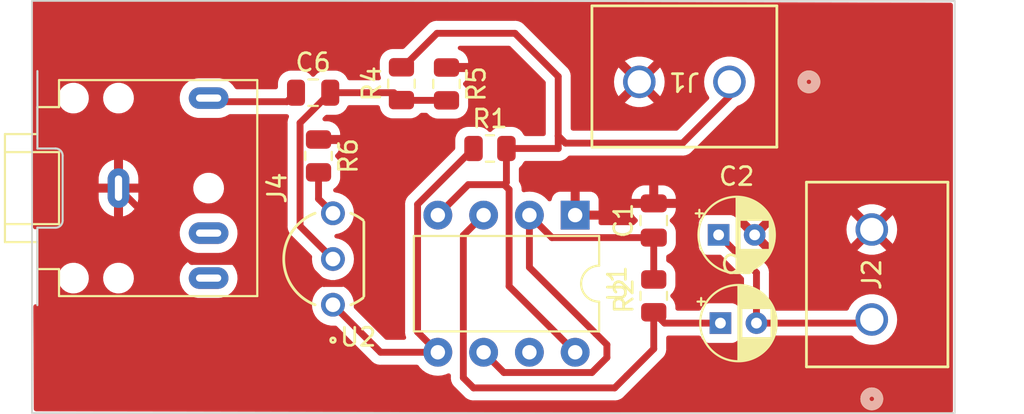
<source format=kicad_pcb>
(kicad_pcb (version 20221018) (generator pcbnew)
  (layers (0 "F.Cu" signal) (31 "B.Cu" signal) (34 "B.Paste" user) (35 "F.Paste" user) (36 "B.SilkS" user "B.Silkscreen") (37 "F.SilkS" user "F.Silkscreen") (38 "B.Mask" user) (39 "F.Mask" user) (44 "Edge.Cuts" user))
  (net 0 "")
  (net 1 "/C_timing")
  (net 2 "GND")
  (net 3 "/base")
  (net 4 "Net-(J2-Pin_1)")
  (net 5 "Net-(U1-Q)")
  (net 6 "+9V")
  (net 7 "/collector")
  (net 8 "/emitter")
  (net 10 "Net-(C6-Pad1)")
  (footprint "Library:691137710002" (layer "F.Cu") (at 202.4 118.4 90)
    (fp_text reference "J2" (at 2.5 0 90 unlocked) (layer "F.SilkS"))
    (fp_text value "Screw_Terminal_01x02")
    (fp_circle (center -4.4088 0) (end -4.0278 0) (stroke (width 0.508)) (fill none) (layer "B.SilkS"))
    (fp_line (start -2.6308 -3.627001) (end -2.6308 4.221599) (stroke (width 0.1524)) (layer "F.SilkS"))
    (fp_line (start -2.6308 4.221599) (end 7.6308 4.221599) (stroke (width 0.1524)) (layer "F.SilkS"))
    (fp_line (start 7.6308 -3.627001) (end -2.6308 -3.627001) (stroke (width 0.1524)) (layer "F.SilkS"))
    (fp_line (start 7.6308 4.221599) (end 7.6308 -3.627001) (stroke (width 0.1524)) (layer "F.SilkS"))
    (fp_circle (center -4.4088 0) (end -4.0278 0) (stroke (width 0.508)) (fill none) (layer "F.SilkS"))
    (pad "1" thru_hole circle (at 0 0 90) (size 1.8034 1.8034) (drill 1.2954) (layers "*.Cu" "*.Mask") (net 4 "Net-(J2-Pin_1)"))
    (pad "2" thru_hole circle (at 5 0 90) (size 1.8034 1.8034) (drill 1.2954) (layers "*.Cu" "*.Mask") (net 2 "GND"))
  )
  (footprint "Resistor_SMD:R_0805_2012Metric" (layer "F.Cu") (at 178.8 105.3125 -90)
    (fp_text reference "R5" (at 0 -1.65 90) (layer "F.SilkS"))
    (fp_text value "15K")
    (fp_line (start -0.227064 -0.735) (end 0.227064 -0.735) (stroke (width 0.12)) (layer "F.SilkS"))
    (fp_line (start -0.227064 0.735) (end 0.227064 0.735) (stroke (width 0.12)) (layer "F.SilkS"))
    (pad "1" smd roundrect (at -0.9125 0 270) (size 1.025 1.4) (layers "F.Cu" "F.Paste" "F.Mask") (roundrect_rratio 0.243902) (net 2 "GND"))
    (pad "2" smd roundrect (at 0.9125 0 270) (size 1.025 1.4) (layers "F.Cu" "F.Paste" "F.Mask") (roundrect_rratio 0.243902) (net 3 "/base"))
  )
  (footprint "Library:BC547" (layer "F.Cu") (at 172.5 117.58 90)
    (fp_text reference "U2" (at -1.8 1.4 unlocked) (layer "F.SilkS"))
    (fp_text value "BC547")
    (fp_line (start 0.476494 1.7145) (end 4.603506 1.7145) (stroke (width 0.1524)) (layer "F.SilkS"))
    (fp_arc (start -0.003485 -0.993134) (mid 2.54 -2.7305) (end 5.083485 -0.993134) (stroke (width 0.1524)) (layer "F.SilkS"))
    (fp_arc (start 0.375836 1.66494) (mid 0.162329 1.342503) (end -0.003484 0.993136) (stroke (width 0.1524)) (layer "F.SilkS"))
    (fp_arc (start 5.083485 0.993134) (mid 4.917671 1.342502) (end 4.704164 1.66494) (stroke (width 0.1524)) (layer "F.SilkS"))
    (fp_circle (center -1.9685 0) (end -1.8415 0) (stroke (width 0.1524)) (fill none) (layer "F.SilkS"))
    (pad "1" thru_hole circle (at 0 0 90) (size 1.3208 1.3208) (drill 0.8128) (layers "*.Cu" "*.Mask") (net 7 "/collector"))
    (pad "2" thru_hole circle (at 2.54 0 90) (size 1.3208 1.3208) (drill 0.8128) (layers "*.Cu" "*.Mask") (net 3 "/base"))
    (pad "3" thru_hole circle (at 5.08 0 90) (size 1.3208 1.3208) (drill 0.8128) (layers "*.Cu" "*.Mask") (net 8 "/emitter"))
  )
  (footprint "Resistor_SMD:R_0805_2012Metric" (layer "F.Cu") (at 181.2125 108.9)
    (fp_text reference "R1" (at 0 -1.65) (layer "F.SilkS"))
    (fp_text value "10K")
    (fp_line (start -0.227064 -0.735) (end 0.227064 -0.735) (stroke (width 0.12)) (layer "F.SilkS"))
    (fp_line (start -0.227064 0.735) (end 0.227064 0.735) (stroke (width 0.12)) (layer "F.SilkS"))
    (pad "1" smd roundrect (at -0.9125 0) (size 1.025 1.4) (layers "F.Cu" "F.Paste" "F.Mask") (roundrect_rratio 0.243902) (net 7 "/collector"))
    (pad "2" smd roundrect (at 0.9125 0) (size 1.025 1.4) (layers "F.Cu" "F.Paste" "F.Mask") (roundrect_rratio 0.243902) (net 6 "+9V"))
  )
  (footprint "Resistor_SMD:R_0805_2012Metric" (layer "F.Cu") (at 171.7 109.3125 -90)
    (fp_text reference "R6" (at 0 -1.65 -90) (layer "F.SilkS"))
    (fp_text value "1K")
    (fp_line (start -0.227064 -0.735) (end 0.227064 -0.735) (stroke (width 0.12)) (layer "F.SilkS"))
    (fp_line (start -0.227064 0.735) (end 0.227064 0.735) (stroke (width 0.12)) (layer "F.SilkS"))
    (pad "1" smd roundrect (at -0.9125 0 270) (size 1.025 1.4) (layers "F.Cu" "F.Paste" "F.Mask") (roundrect_rratio 0.243902) (net 2 "GND"))
    (pad "2" smd roundrect (at 0.9125 0 270) (size 1.025 1.4) (layers "F.Cu" "F.Paste" "F.Mask") (roundrect_rratio 0.243902) (net 8 "/emitter"))
  )
  (footprint "Package_DIP:DIP-8_W7.62mm" (layer "F.Cu") (at 185.94 112.6 -90)
    (fp_text reference "U1" (at 3.81 -2.33 -90) (layer "F.SilkS"))
    (fp_text value "NE555D")
    (fp_line (start 1.16 -1.33) (end 1.16 8.95) (stroke (width 0.12)) (layer "F.SilkS"))
    (fp_line (start 1.16 8.95) (end 6.46 8.95) (stroke (width 0.12)) (layer "F.SilkS"))
    (fp_line (start 2.81 -1.33) (end 1.16 -1.33) (stroke (width 0.12)) (layer "F.SilkS"))
    (fp_line (start 6.46 -1.33) (end 4.81 -1.33) (stroke (width 0.12)) (layer "F.SilkS"))
    (fp_line (start 6.46 8.95) (end 6.46 -1.33) (stroke (width 0.12)) (layer "F.SilkS"))
    (fp_arc (start 4.81 -1.33) (mid 3.81 -0.33) (end 2.81 -1.33) (stroke (width 0.12)) (layer "F.SilkS"))
    (pad "1" thru_hole rect (at 0 0 270) (size 1.6 1.6) (drill 0.8) (layers "*.Cu" "*.Mask") (net 2 "GND"))
    (pad "2" thru_hole oval (at 0 2.54 270) (size 1.6 1.6) (drill 0.8) (layers "*.Cu" "*.Mask") (net 1 "/C_timing"))
    (pad "3" thru_hole oval (at 0 5.08 270) (size 1.6 1.6) (drill 0.8) (layers "*.Cu" "*.Mask") (net 5 "Net-(U1-Q)"))
    (pad "4" thru_hole oval (at 0 7.62 270) (size 1.6 1.6) (drill 0.8) (layers "*.Cu" "*.Mask") (net 6 "+9V"))
    (pad "5" thru_hole oval (at 7.62 7.62 270) (size 1.6 1.6) (drill 0.8) (layers "*.Cu" "*.Mask") (net 7 "/collector"))
    (pad "6" thru_hole oval (at 7.62 5.08 270) (size 1.6 1.6) (drill 0.8) (layers "*.Cu" "*.Mask") (net 1 "/C_timing"))
    (pad "7" thru_hole oval (at 7.62 2.54 270) (size 1.6 1.6) (drill 0.8) (layers "*.Cu" "*.Mask"))
    (pad "8" thru_hole oval (at 7.62 0 270) (size 1.6 1.6) (drill 0.8) (layers "*.Cu" "*.Mask") (net 6 "+9V"))
  )
  (footprint "Library:691137710002" (layer "F.Cu") (at 194.5 105.197299 180)
    (fp_text reference "J1" (at 2.5 0 180 unlocked) (layer "F.SilkS"))
    (fp_text value "Screw_Terminal_01x02")
    (fp_circle (center -4.4088 0) (end -4.0278 0) (stroke (width 0.508)) (fill none) (layer "B.SilkS"))
    (fp_line (start -2.6308 -3.627001) (end -2.6308 4.221599) (stroke (width 0.1524)) (layer "F.SilkS"))
    (fp_line (start -2.6308 4.221599) (end 7.6308 4.221599) (stroke (width 0.1524)) (layer "F.SilkS"))
    (fp_line (start 7.6308 -3.627001) (end -2.6308 -3.627001) (stroke (width 0.1524)) (layer "F.SilkS"))
    (fp_line (start 7.6308 4.221599) (end 7.6308 -3.627001) (stroke (width 0.1524)) (layer "F.SilkS"))
    (fp_circle (center -4.4088 0) (end -4.0278 0) (stroke (width 0.508)) (fill none) (layer "F.SilkS"))
    (pad "1" thru_hole circle (at 0 0 180) (size 1.8034 1.8034) (drill 1.2954) (layers "*.Cu" "*.Mask") (net 6 "+9V"))
    (pad "2" thru_hole circle (at 5 0 180) (size 1.8034 1.8034) (drill 1.2954) (layers "*.Cu" "*.Mask") (net 2 "GND"))
  )
  (footprint "Capacitor_THT:CP_Radial_D4.0mm_P2.00mm" (layer "F.Cu") (at 193.9 113.7)
    (fp_text reference "C2" (at 1 -3.25) (layer "F.SilkS"))
    (fp_text value "C_Polarized_US")
    (fp_line (start -1.269801 -1.195) (end -0.869801 -1.195) (stroke (width 0.12)) (layer "F.SilkS"))
    (fp_line (start -1.069801 -1.395) (end -1.069801 -0.995) (stroke (width 0.12)) (layer "F.SilkS"))
    (fp_line (start 1 -2.08) (end 1 2.08) (stroke (width 0.12)) (layer "F.SilkS"))
    (fp_line (start 1.04 -2.08) (end 1.04 2.08) (stroke (width 0.12)) (layer "F.SilkS"))
    (fp_line (start 1.08 -2.079) (end 1.08 2.079) (stroke (width 0.12)) (layer "F.SilkS"))
    (fp_line (start 1.12 -2.077) (end 1.12 2.077) (stroke (width 0.12)) (layer "F.SilkS"))
    (fp_line (start 1.16 -2.074) (end 1.16 2.074) (stroke (width 0.12)) (layer "F.SilkS"))
    (fp_line (start 1.2 -2.071) (end 1.2 -0.84) (stroke (width 0.12)) (layer "F.SilkS"))
    (fp_line (start 1.2 0.84) (end 1.2 2.071) (stroke (width 0.12)) (layer "F.SilkS"))
    (fp_line (start 1.24 -2.067) (end 1.24 -0.84) (stroke (width 0.12)) (layer "F.SilkS"))
    (fp_line (start 1.24 0.84) (end 1.24 2.067) (stroke (width 0.12)) (layer "F.SilkS"))
    (fp_line (start 1.28 -2.062) (end 1.28 -0.84) (stroke (width 0.12)) (layer "F.SilkS"))
    (fp_line (start 1.28 0.84) (end 1.28 2.062) (stroke (width 0.12)) (layer "F.SilkS"))
    (fp_line (start 1.32 -2.056) (end 1.32 -0.84) (stroke (width 0.12)) (layer "F.SilkS"))
    (fp_line (start 1.32 0.84) (end 1.32 2.056) (stroke (width 0.12)) (layer "F.SilkS"))
    (fp_line (start 1.36 -2.05) (end 1.36 -0.84) (stroke (width 0.12)) (layer "F.SilkS"))
    (fp_line (start 1.36 0.84) (end 1.36 2.05) (stroke (width 0.12)) (layer "F.SilkS"))
    (fp_line (start 1.4 -2.042) (end 1.4 -0.84) (stroke (width 0.12)) (layer "F.SilkS"))
    (fp_line (start 1.4 0.84) (end 1.4 2.042) (stroke (width 0.12)) (layer "F.SilkS"))
    (fp_line (start 1.44 -2.034) (end 1.44 -0.84) (stroke (width 0.12)) (layer "F.SilkS"))
    (fp_line (start 1.44 0.84) (end 1.44 2.034) (stroke (width 0.12)) (layer "F.SilkS"))
    (fp_line (start 1.48 -2.025) (end 1.48 -0.84) (stroke (width 0.12)) (layer "F.SilkS"))
    (fp_line (start 1.48 0.84) (end 1.48 2.025) (stroke (width 0.12)) (layer "F.SilkS"))
    (fp_line (start 1.52 -2.016) (end 1.52 -0.84) (stroke (width 0.12)) (layer "F.SilkS"))
    (fp_line (start 1.52 0.84) (end 1.52 2.016) (stroke (width 0.12)) (layer "F.SilkS"))
    (fp_line (start 1.56 -2.005) (end 1.56 -0.84) (stroke (width 0.12)) (layer "F.SilkS"))
    (fp_line (start 1.56 0.84) (end 1.56 2.005) (stroke (width 0.12)) (layer "F.SilkS"))
    (fp_line (start 1.6 -1.994) (end 1.6 -0.84) (stroke (width 0.12)) (layer "F.SilkS"))
    (fp_line (start 1.6 0.84) (end 1.6 1.994) (stroke (width 0.12)) (layer "F.SilkS"))
    (fp_line (start 1.64 -1.982) (end 1.64 -0.84) (stroke (width 0.12)) (layer "F.SilkS"))
    (fp_line (start 1.64 0.84) (end 1.64 1.982) (stroke (width 0.12)) (layer "F.SilkS"))
    (fp_line (start 1.68 -1.968) (end 1.68 -0.84) (stroke (width 0.12)) (layer "F.SilkS"))
    (fp_line (start 1.68 0.84) (end 1.68 1.968) (stroke (width 0.12)) (layer "F.SilkS"))
    (fp_line (start 1.721 -1.954) (end 1.721 -0.84) (stroke (width 0.12)) (layer "F.SilkS"))
    (fp_line (start 1.721 0.84) (end 1.721 1.954) (stroke (width 0.12)) (layer "F.SilkS"))
    (fp_line (start 1.761 -1.94) (end 1.761 -0.84) (stroke (width 0.12)) (layer "F.SilkS"))
    (fp_line (start 1.761 0.84) (end 1.761 1.94) (stroke (width 0.12)) (layer "F.SilkS"))
    (fp_line (start 1.801 -1.924) (end 1.801 -0.84) (stroke (width 0.12)) (layer "F.SilkS"))
    (fp_line (start 1.801 0.84) (end 1.801 1.924) (stroke (width 0.12)) (layer "F.SilkS"))
    (fp_line (start 1.841 -1.907) (end 1.841 -0.84) (stroke (width 0.12)) (layer "F.SilkS"))
    (fp_line (start 1.841 0.84) (end 1.841 1.907) (stroke (width 0.12)) (layer "F.SilkS"))
    (fp_line (start 1.881 -1.889) (end 1.881 -0.84) (stroke (width 0.12)) (layer "F.SilkS"))
    (fp_line (start 1.881 0.84) (end 1.881 1.889) (stroke (width 0.12)) (layer "F.SilkS"))
    (fp_line (start 1.921 -1.87) (end 1.921 -0.84) (stroke (width 0.12)) (layer "F.SilkS"))
    (fp_line (start 1.921 0.84) (end 1.921 1.87) (stroke (width 0.12)) (layer "F.SilkS"))
    (fp_line (start 1.961 -1.851) (end 1.961 -0.84) (stroke (width 0.12)) (layer "F.SilkS"))
    (fp_line (start 1.961 0.84) (end 1.961 1.851) (stroke (width 0.12)) (layer "F.SilkS"))
    (fp_line (start 2.001 -1.83) (end 2.001 -0.84) (stroke (width 0.12)) (layer "F.SilkS"))
    (fp_line (start 2.001 0.84) (end 2.001 1.83) (stroke (width 0.12)) (layer "F.SilkS"))
    (fp_line (start 2.041 -1.808) (end 2.041 -0.84) (stroke (width 0.12)) (layer "F.SilkS"))
    (fp_line (start 2.041 0.84) (end 2.041 1.808) (stroke (width 0.12)) (layer "F.SilkS"))
    (fp_line (start 2.081 -1.785) (end 2.081 -0.84) (stroke (width 0.12)) (layer "F.SilkS"))
    (fp_line (start 2.081 0.84) (end 2.081 1.785) (stroke (width 0.12)) (layer "F.SilkS"))
    (fp_line (start 2.121 -1.76) (end 2.121 -0.84) (stroke (width 0.12)) (layer "F.SilkS"))
    (fp_line (start 2.121 0.84) (end 2.121 1.76) (stroke (width 0.12)) (layer "F.SilkS"))
    (fp_line (start 2.161 -1.735) (end 2.161 -0.84) (stroke (width 0.12)) (layer "F.SilkS"))
    (fp_line (start 2.161 0.84) (end 2.161 1.735) (stroke (width 0.12)) (layer "F.SilkS"))
    (fp_line (start 2.201 -1.708) (end 2.201 -0.84) (stroke (width 0.12)) (layer "F.SilkS"))
    (fp_line (start 2.201 0.84) (end 2.201 1.708) (stroke (width 0.12)) (layer "F.SilkS"))
    (fp_line (start 2.241 -1.68) (end 2.241 -0.84) (stroke (width 0.12)) (layer "F.SilkS"))
    (fp_line (start 2.241 0.84) (end 2.241 1.68) (stroke (width 0.12)) (layer "F.SilkS"))
    (fp_line (start 2.281 -1.65) (end 2.281 -0.84) (stroke (width 0.12)) (layer "F.SilkS"))
    (fp_line (start 2.281 0.84) (end 2.281 1.65) (stroke (width 0.12)) (layer "F.SilkS"))
    (fp_line (start 2.321 -1.619) (end 2.321 -0.84) (stroke (width 0.12)) (layer "F.SilkS"))
    (fp_line (start 2.321 0.84) (end 2.321 1.619) (stroke (width 0.12)) (layer "F.SilkS"))
    (fp_line (start 2.361 -1.587) (end 2.361 -0.84) (stroke (width 0.12)) (layer "F.SilkS"))
    (fp_line (start 2.361 0.84) (end 2.361 1.587) (stroke (width 0.12)) (layer "F.SilkS"))
    (fp_line (start 2.401 -1.552) (end 2.401 -0.84) (stroke (width 0.12)) (layer "F.SilkS"))
    (fp_line (start 2.401 0.84) (end 2.401 1.552) (stroke (width 0.12)) (layer "F.SilkS"))
    (fp_line (start 2.441 -1.516) (end 2.441 -0.84) (stroke (width 0.12)) (layer "F.SilkS"))
    (fp_line (start 2.441 0.84) (end 2.441 1.516) (stroke (width 0.12)) (layer "F.SilkS"))
    (fp_line (start 2.481 -1.478) (end 2.481 -0.84) (stroke (width 0.12)) (layer "F.SilkS"))
    (fp_line (start 2.481 0.84) (end 2.481 1.478) (stroke (width 0.12)) (layer "F.SilkS"))
    (fp_line (start 2.521 -1.438) (end 2.521 -0.84) (stroke (width 0.12)) (layer "F.SilkS"))
    (fp_line (start 2.521 0.84) (end 2.521 1.438) (stroke (width 0.12)) (layer "F.SilkS"))
    (fp_line (start 2.561 -1.396) (end 2.561 -0.84) (stroke (width 0.12)) (layer "F.SilkS"))
    (fp_line (start 2.561 0.84) (end 2.561 1.396) (stroke (width 0.12)) (layer "F.SilkS"))
    (fp_line (start 2.601 -1.351) (end 2.601 -0.84) (stroke (width 0.12)) (layer "F.SilkS"))
    (fp_line (start 2.601 0.84) (end 2.601 1.351) (stroke (width 0.12)) (layer "F.SilkS"))
    (fp_line (start 2.641 -1.304) (end 2.641 -0.84) (stroke (width 0.12)) (layer "F.SilkS"))
    (fp_line (start 2.641 0.84) (end 2.641 1.304) (stroke (width 0.12)) (layer "F.SilkS"))
    (fp_line (start 2.681 -1.254) (end 2.681 -0.84) (stroke (width 0.12)) (layer "F.SilkS"))
    (fp_line (start 2.681 0.84) (end 2.681 1.254) (stroke (width 0.12)) (layer "F.SilkS"))
    (fp_line (start 2.721 -1.2) (end 2.721 -0.84) (stroke (width 0.12)) (layer "F.SilkS"))
    (fp_line (start 2.721 0.84) (end 2.721 1.2) (stroke (width 0.12)) (layer "F.SilkS"))
    (fp_line (start 2.761 -1.142) (end 2.761 -0.84) (stroke (width 0.12)) (layer "F.SilkS"))
    (fp_line (start 2.761 0.84) (end 2.761 1.142) (stroke (width 0.12)) (layer "F.SilkS"))
    (fp_line (start 2.801 -1.08) (end 2.801 -0.84) (stroke (width 0.12)) (layer "F.SilkS"))
    (fp_line (start 2.801 0.84) (end 2.801 1.08) (stroke (width 0.12)) (layer "F.SilkS"))
    (fp_line (start 2.841 -1.013) (end 2.841 1.013) (stroke (width 0.12)) (layer "F.SilkS"))
    (fp_line (start 2.881 -0.94) (end 2.881 0.94) (stroke (width 0.12)) (layer "F.SilkS"))
    (fp_line (start 2.921 -0.859) (end 2.921 0.859) (stroke (width 0.12)) (layer "F.SilkS"))
    (fp_line (start 2.961 -0.768) (end 2.961 0.768) (stroke (width 0.12)) (layer "F.SilkS"))
    (fp_line (start 3.001 -0.664) (end 3.001 0.664) (stroke (width 0.12)) (layer "F.SilkS"))
    (fp_line (start 3.041 -0.537) (end 3.041 0.537) (stroke (width 0.12)) (layer "F.SilkS"))
    (fp_line (start 3.081 -0.37) (end 3.081 0.37) (stroke (width 0.12)) (layer "F.SilkS"))
    (fp_circle (center 1 0) (end 3.12 0) (stroke (width 0.12)) (fill none) (layer "F.SilkS"))
    (pad "1" thru_hole rect (at 0 0) (size 1.2 1.2) (drill 0.6) (layers "*.Cu" "*.Mask") (net 4 "Net-(J2-Pin_1)"))
    (pad "2" thru_hole circle (at 2 0) (size 1.2 1.2) (drill 0.6) (layers "*.Cu" "*.Mask") (net 2 "GND"))
  )
  (footprint "Capacitor_SMD:C_0805_2012Metric" (layer "F.Cu") (at 171.4 105.8)
    (fp_text reference "C6" (at 0 -1.68) (layer "F.SilkS"))
    (fp_text value "100nF")
    (fp_line (start -0.261252 -0.735) (end 0.261252 -0.735) (stroke (width 0.12)) (layer "F.SilkS"))
    (fp_line (start -0.261252 0.735) (end 0.261252 0.735) (stroke (width 0.12)) (layer "F.SilkS"))
    (pad "1" smd roundrect (at -0.95 0) (size 1 1.45) (layers "F.Cu" "F.Paste" "F.Mask") (net 10 "Net-(C6-Pad1)"))
    (pad "2" smd roundrect (at 0.95 0) (size 1 1.45) (layers "F.Cu" "F.Paste" "F.Mask") (net 3 "/base"))
  )
  (footprint "Resistor_SMD:R_0805_2012Metric" (layer "F.Cu") (at 176.3 105.3 90)
    (fp_text reference "R4" (at 0 -1.65 90) (layer "F.SilkS"))
    (fp_text value "100K")
    (fp_line (start -0.227064 -0.735) (end 0.227064 -0.735) (stroke (width 0.12)) (layer "F.SilkS"))
    (fp_line (start -0.227064 0.735) (end 0.227064 0.735) (stroke (width 0.12)) (layer "F.SilkS"))
    (pad "1" smd roundrect (at -0.9125 0 90) (size 1.025 1.4) (layers "F.Cu" "F.Paste" "F.Mask") (roundrect_rratio 0.243902) (net 3 "/base"))
    (pad "2" smd roundrect (at 0.9125 0 90) (size 1.025 1.4) (layers "F.Cu" "F.Paste" "F.Mask") (roundrect_rratio 0.243902) (net 6 "+9V"))
  )
  (footprint "Capacitor_THT:CP_Radial_D4.0mm_P2.00mm" (layer "F.Cu") (at 194 118.6)
    (fp_text reference "C3" (at 1 -3.25) (layer "F.SilkS"))
    (fp_text value "C_Polarized_US")
    (fp_line (start -1.269801 -1.195) (end -0.869801 -1.195) (stroke (width 0.12)) (layer "F.SilkS"))
    (fp_line (start -1.069801 -1.395) (end -1.069801 -0.995) (stroke (width 0.12)) (layer "F.SilkS"))
    (fp_line (start 1 -2.08) (end 1 2.08) (stroke (width 0.12)) (layer "F.SilkS"))
    (fp_line (start 1.04 -2.08) (end 1.04 2.08) (stroke (width 0.12)) (layer "F.SilkS"))
    (fp_line (start 1.08 -2.079) (end 1.08 2.079) (stroke (width 0.12)) (layer "F.SilkS"))
    (fp_line (start 1.12 -2.077) (end 1.12 2.077) (stroke (width 0.12)) (layer "F.SilkS"))
    (fp_line (start 1.16 -2.074) (end 1.16 2.074) (stroke (width 0.12)) (layer "F.SilkS"))
    (fp_line (start 1.2 -2.071) (end 1.2 -0.84) (stroke (width 0.12)) (layer "F.SilkS"))
    (fp_line (start 1.2 0.84) (end 1.2 2.071) (stroke (width 0.12)) (layer "F.SilkS"))
    (fp_line (start 1.24 -2.067) (end 1.24 -0.84) (stroke (width 0.12)) (layer "F.SilkS"))
    (fp_line (start 1.24 0.84) (end 1.24 2.067) (stroke (width 0.12)) (layer "F.SilkS"))
    (fp_line (start 1.28 -2.062) (end 1.28 -0.84) (stroke (width 0.12)) (layer "F.SilkS"))
    (fp_line (start 1.28 0.84) (end 1.28 2.062) (stroke (width 0.12)) (layer "F.SilkS"))
    (fp_line (start 1.32 -2.056) (end 1.32 -0.84) (stroke (width 0.12)) (layer "F.SilkS"))
    (fp_line (start 1.32 0.84) (end 1.32 2.056) (stroke (width 0.12)) (layer "F.SilkS"))
    (fp_line (start 1.36 -2.05) (end 1.36 -0.84) (stroke (width 0.12)) (layer "F.SilkS"))
    (fp_line (start 1.36 0.84) (end 1.36 2.05) (stroke (width 0.12)) (layer "F.SilkS"))
    (fp_line (start 1.4 -2.042) (end 1.4 -0.84) (stroke (width 0.12)) (layer "F.SilkS"))
    (fp_line (start 1.4 0.84) (end 1.4 2.042) (stroke (width 0.12)) (layer "F.SilkS"))
    (fp_line (start 1.44 -2.034) (end 1.44 -0.84) (stroke (width 0.12)) (layer "F.SilkS"))
    (fp_line (start 1.44 0.84) (end 1.44 2.034) (stroke (width 0.12)) (layer "F.SilkS"))
    (fp_line (start 1.48 -2.025) (end 1.48 -0.84) (stroke (width 0.12)) (layer "F.SilkS"))
    (fp_line (start 1.48 0.84) (end 1.48 2.025) (stroke (width 0.12)) (layer "F.SilkS"))
    (fp_line (start 1.52 -2.016) (end 1.52 -0.84) (stroke (width 0.12)) (layer "F.SilkS"))
    (fp_line (start 1.52 0.84) (end 1.52 2.016) (stroke (width 0.12)) (layer "F.SilkS"))
    (fp_line (start 1.56 -2.005) (end 1.56 -0.84) (stroke (width 0.12)) (layer "F.SilkS"))
    (fp_line (start 1.56 0.84) (end 1.56 2.005) (stroke (width 0.12)) (layer "F.SilkS"))
    (fp_line (start 1.6 -1.994) (end 1.6 -0.84) (stroke (width 0.12)) (layer "F.SilkS"))
    (fp_line (start 1.6 0.84) (end 1.6 1.994) (stroke (width 0.12)) (layer "F.SilkS"))
    (fp_line (start 1.64 -1.982) (end 1.64 -0.84) (stroke (width 0.12)) (layer "F.SilkS"))
    (fp_line (start 1.64 0.84) (end 1.64 1.982) (stroke (width 0.12)) (layer "F.SilkS"))
    (fp_line (start 1.68 -1.968) (end 1.68 -0.84) (stroke (width 0.12)) (layer "F.SilkS"))
    (fp_line (start 1.68 0.84) (end 1.68 1.968) (stroke (width 0.12)) (layer "F.SilkS"))
    (fp_line (start 1.721 -1.954) (end 1.721 -0.84) (stroke (width 0.12)) (layer "F.SilkS"))
    (fp_line (start 1.721 0.84) (end 1.721 1.954) (stroke (width 0.12)) (layer "F.SilkS"))
    (fp_line (start 1.761 -1.94) (end 1.761 -0.84) (stroke (width 0.12)) (layer "F.SilkS"))
    (fp_line (start 1.761 0.84) (end 1.761 1.94) (stroke (width 0.12)) (layer "F.SilkS"))
    (fp_line (start 1.801 -1.924) (end 1.801 -0.84) (stroke (width 0.12)) (layer "F.SilkS"))
    (fp_line (start 1.801 0.84) (end 1.801 1.924) (stroke (width 0.12)) (layer "F.SilkS"))
    (fp_line (start 1.841 -1.907) (end 1.841 -0.84) (stroke (width 0.12)) (layer "F.SilkS"))
    (fp_line (start 1.841 0.84) (end 1.841 1.907) (stroke (width 0.12)) (layer "F.SilkS"))
    (fp_line (start 1.881 -1.889) (end 1.881 -0.84) (stroke (width 0.12)) (layer "F.SilkS"))
    (fp_line (start 1.881 0.84) (end 1.881 1.889) (stroke (width 0.12)) (layer "F.SilkS"))
    (fp_line (start 1.921 -1.87) (end 1.921 -0.84) (stroke (width 0.12)) (layer "F.SilkS"))
    (fp_line (start 1.921 0.84) (end 1.921 1.87) (stroke (width 0.12)) (layer "F.SilkS"))
    (fp_line (start 1.961 -1.851) (end 1.961 -0.84) (stroke (width 0.12)) (layer "F.SilkS"))
    (fp_line (start 1.961 0.84) (end 1.961 1.851) (stroke (width 0.12)) (layer "F.SilkS"))
    (fp_line (start 2.001 -1.83) (end 2.001 -0.84) (stroke (width 0.12)) (layer "F.SilkS"))
    (fp_line (start 2.001 0.84) (end 2.001 1.83) (stroke (width 0.12)) (layer "F.SilkS"))
    (fp_line (start 2.041 -1.808) (end 2.041 -0.84) (stroke (width 0.12)) (layer "F.SilkS"))
    (fp_line (start 2.041 0.84) (end 2.041 1.808) (stroke (width 0.12)) (layer "F.SilkS"))
    (fp_line (start 2.081 -1.785) (end 2.081 -0.84) (stroke (width 0.12)) (layer "F.SilkS"))
    (fp_line (start 2.081 0.84) (end 2.081 1.785) (stroke (width 0.12)) (layer "F.SilkS"))
    (fp_line (start 2.121 -1.76) (end 2.121 -0.84) (stroke (width 0.12)) (layer "F.SilkS"))
    (fp_line (start 2.121 0.84) (end 2.121 1.76) (stroke (width 0.12)) (layer "F.SilkS"))
    (fp_line (start 2.161 -1.735) (end 2.161 -0.84) (stroke (width 0.12)) (layer "F.SilkS"))
    (fp_line (start 2.161 0.84) (end 2.161 1.735) (stroke (width 0.12)) (layer "F.SilkS"))
    (fp_line (start 2.201 -1.708) (end 2.201 -0.84) (stroke (width 0.12)) (layer "F.SilkS"))
    (fp_line (start 2.201 0.84) (end 2.201 1.708) (stroke (width 0.12)) (layer "F.SilkS"))
    (fp_line (start 2.241 -1.68) (end 2.241 -0.84) (stroke (width 0.12)) (layer "F.SilkS"))
    (fp_line (start 2.241 0.84) (end 2.241 1.68) (stroke (width 0.12)) (layer "F.SilkS"))
    (fp_line (start 2.281 -1.65) (end 2.281 -0.84) (stroke (width 0.12)) (layer "F.SilkS"))
    (fp_line (start 2.281 0.84) (end 2.281 1.65) (stroke (width 0.12)) (layer "F.SilkS"))
    (fp_line (start 2.321 -1.619) (end 2.321 -0.84) (stroke (width 0.12)) (layer "F.SilkS"))
    (fp_line (start 2.321 0.84) (end 2.321 1.619) (stroke (width 0.12)) (layer "F.SilkS"))
    (fp_line (start 2.361 -1.587) (end 2.361 -0.84) (stroke (width 0.12)) (layer "F.SilkS"))
    (fp_line (start 2.361 0.84) (end 2.361 1.587) (stroke (width 0.12)) (layer "F.SilkS"))
    (fp_line (start 2.401 -1.552) (end 2.401 -0.84) (stroke (width 0.12)) (layer "F.SilkS"))
    (fp_line (start 2.401 0.84) (end 2.401 1.552) (stroke (width 0.12)) (layer "F.SilkS"))
    (fp_line (start 2.441 -1.516) (end 2.441 -0.84) (stroke (width 0.12)) (layer "F.SilkS"))
    (fp_line (start 2.441 0.84) (end 2.441 1.516) (stroke (width 0.12)) (layer "F.SilkS"))
    (fp_line (start 2.481 -1.478) (end 2.481 -0.84) (stroke (width 0.12)) (layer "F.SilkS"))
    (fp_line (start 2.481 0.84) (end 2.481 1.478) (stroke (width 0.12)) (layer "F.SilkS"))
    (fp_line (start 2.521 -1.438) (end 2.521 -0.84) (stroke (width 0.12)) (layer "F.SilkS"))
    (fp_line (start 2.521 0.84) (end 2.521 1.438) (stroke (width 0.12)) (layer "F.SilkS"))
    (fp_line (start 2.561 -1.396) (end 2.561 -0.84) (stroke (width 0.12)) (layer "F.SilkS"))
    (fp_line (start 2.561 0.84) (end 2.561 1.396) (stroke (width 0.12)) (layer "F.SilkS"))
    (fp_line (start 2.601 -1.351) (end 2.601 -0.84) (stroke (width 0.12)) (layer "F.SilkS"))
    (fp_line (start 2.601 0.84) (end 2.601 1.351) (stroke (width 0.12)) (layer "F.SilkS"))
    (fp_line (start 2.641 -1.304) (end 2.641 -0.84) (stroke (width 0.12)) (layer "F.SilkS"))
    (fp_line (start 2.641 0.84) (end 2.641 1.304) (stroke (width 0.12)) (layer "F.SilkS"))
    (fp_line (start 2.681 -1.254) (end 2.681 -0.84) (stroke (width 0.12)) (layer "F.SilkS"))
    (fp_line (start 2.681 0.84) (end 2.681 1.254) (stroke (width 0.12)) (layer "F.SilkS"))
    (fp_line (start 2.721 -1.2) (end 2.721 -0.84) (stroke (width 0.12)) (layer "F.SilkS"))
    (fp_line (start 2.721 0.84) (end 2.721 1.2) (stroke (width 0.12)) (layer "F.SilkS"))
    (fp_line (start 2.761 -1.142) (end 2.761 -0.84) (stroke (width 0.12)) (layer "F.SilkS"))
    (fp_line (start 2.761 0.84) (end 2.761 1.142) (stroke (width 0.12)) (layer "F.SilkS"))
    (fp_line (start 2.801 -1.08) (end 2.801 -0.84) (stroke (width 0.12)) (layer "F.SilkS"))
    (fp_line (start 2.801 0.84) (end 2.801 1.08) (stroke (width 0.12)) (layer "F.SilkS"))
    (fp_line (start 2.841 -1.013) (end 2.841 1.013) (stroke (width 0.12)) (layer "F.SilkS"))
    (fp_line (start 2.881 -0.94) (end 2.881 0.94) (stroke (width 0.12)) (layer "F.SilkS"))
    (fp_line (start 2.921 -0.859) (end 2.921 0.859) (stroke (width 0.12)) (layer "F.SilkS"))
    (fp_line (start 2.961 -0.768) (end 2.961 0.768) (stroke (width 0.12)) (layer "F.SilkS"))
    (fp_line (start 3.001 -0.664) (end 3.001 0.664) (stroke (width 0.12)) (layer "F.SilkS"))
    (fp_line (start 3.041 -0.537) (end 3.041 0.537) (stroke (width 0.12)) (layer "F.SilkS"))
    (fp_line (start 3.081 -0.37) (end 3.081 0.37) (stroke (width 0.12)) (layer "F.SilkS"))
    (fp_circle (center 1 0) (end 3.12 0) (stroke (width 0.12)) (fill none) (layer "F.SilkS"))
    (pad "1" thru_hole rect (at 0 0) (size 1.2 1.2) (drill 0.6) (layers "*.Cu" "*.Mask") (net 5 "Net-(U1-Q)"))
    (pad "2" thru_hole circle (at 2 0) (size 1.2 1.2) (drill 0.6) (layers "*.Cu" "*.Mask") (net 4 "Net-(J2-Pin_1)"))
  )
  (footprint "Resistor_SMD:R_0805_2012Metric" (layer "F.Cu") (at 190.3 117.0875 90)
    (fp_text reference "R2" (at 0 -1.65 90) (layer "F.SilkS"))
    (fp_text value "10K")
    (fp_line (start -0.227064 -0.735) (end 0.227064 -0.735) (stroke (width 0.12)) (layer "F.SilkS"))
    (fp_line (start -0.227064 0.735) (end 0.227064 0.735) (stroke (width 0.12)) (layer "F.SilkS"))
    (pad "1" smd roundrect (at -0.9125 0 90) (size 1.025 1.4) (layers "F.Cu" "F.Paste" "F.Mask") (roundrect_rratio 0.243902) (net 5 "Net-(U1-Q)"))
    (pad "2" smd roundrect (at 0.9125 0 90) (size 1.025 1.4) (layers "F.Cu" "F.Paste" "F.Mask") (roundrect_rratio 0.243902) (net 1 "/C_timing"))
  )
  (footprint "Capacitor_SMD:C_0805_2012Metric" (layer "F.Cu") (at 190.3 112.9 90)
    (fp_text reference "C1" (at 0 -1.68 90) (layer "F.SilkS"))
    (fp_text value "1nF")
    (fp_line (start -0.261252 -0.735) (end 0.261252 -0.735) (stroke (width 0.12)) (layer "F.SilkS"))
    (fp_line (start -0.261252 0.735) (end 0.261252 0.735) (stroke (width 0.12)) (layer "F.SilkS"))
    (pad "1" smd roundrect (at -0.95 0 90) (size 1 1.45) (layers "F.Cu" "F.Paste" "F.Mask") (net 1 "/C_timing"))
    (pad "2" smd roundrect (at 0.95 0 90) (size 1 1.45) (layers "F.Cu" "F.Paste" "F.Mask") (net 2 "GND"))
  )
  (footprint "Connector_Audio:Jack_3.5mm_CUI_SJ1-3524N_Horizontal" (layer "F.Cu") (at 160.6 111.1 -90)
    (fp_text reference "J4" (at 0 -8.8 90) (layer "F.SilkS"))
    (fp_text value "AudioJack3_Ground")
    (fp_line (start -6 -7.7) (end 6 -7.7) (stroke (width 0.12)) (layer "F.SilkS"))
    (fp_line (start -6 3.3) (end -6 -7.7) (stroke (width 0.12)) (layer "F.SilkS"))
    (fp_line (start -4.5 3.3) (end -6 3.3) (stroke (width 0.12)) (layer "F.SilkS"))
    (fp_line (start -4.5 4.5) (end -4.5 3.3) (stroke (width 0.12)) (layer "F.SilkS"))
    (fp_line (start -3 4.5) (end -4.5 4.5) (stroke (width 0.12)) (layer "F.SilkS"))
    (fp_line (start -3 6.3) (end -3 4.5) (stroke (width 0.12)) (layer "F.SilkS"))
    (fp_line (start -2 3.3) (end -2 6.3) (stroke (width 0.12)) (layer "F.SilkS"))
    (fp_line (start 2 3.3) (end -2 3.3) (stroke (width 0.12)) (layer "F.SilkS"))
    (fp_line (start 2 6.3) (end 2 3.3) (stroke (width 0.12)) (layer "F.SilkS"))
    (fp_line (start 3 4.5) (end 3 6.3) (stroke (width 0.12)) (layer "F.SilkS"))
    (fp_line (start 3 6.3) (end -3 6.3) (stroke (width 0.12)) (layer "F.SilkS"))
    (fp_line (start 4.5 3.3) (end 4.5 4.5) (stroke (width 0.12)) (layer "F.SilkS"))
    (fp_line (start 4.5 4.5) (end 3 4.5) (stroke (width 0.12)) (layer "F.SilkS"))
    (fp_line (start 6 -7.7) (end 6 3.3) (stroke (width 0.12)) (layer "F.SilkS"))
    (fp_line (start 6 3.3) (end 4.5 3.3) (stroke (width 0.12)) (layer "F.SilkS"))
    (fp_line (start -2.2 3.5) (end -2.2 4.5) (stroke (width 0.12)) (layer "Edge.Cuts"))
    (fp_line (start -2.2 4.5) (end -6.5 4.5) (stroke (width 0.12)) (layer "Edge.Cuts"))
    (fp_line (start 1.8 3.1) (end -1.8 3.1) (stroke (width 0.12)) (layer "Edge.Cuts"))
    (fp_line (start 2.2 3.5) (end 2.2 4.5) (stroke (width 0.12)) (layer "Edge.Cuts"))
    (fp_line (start 2.2 4.5) (end 6.5 4.5) (stroke (width 0.12)) (layer "Edge.Cuts"))
    (fp_arc (start -2.2 3.5) (mid -2.082842 3.217158) (end -1.8 3.1) (stroke (width 0.12)) (layer "Edge.Cuts"))
    (fp_arc (start 1.8 3.1) (mid 2.082843 3.217157) (end 2.2 3.5) (stroke (width 0.12)) (layer "Edge.Cuts"))
    (pad "" np_thru_hole circle (at -5 0 270) (size 1.2 1.2) (drill 1.2) (layers "*.Cu"))
    (pad "" np_thru_hole circle (at -5 2.5 270) (size 1.2 1.2) (drill 1.2) (layers "*.Cu"))
    (pad "" np_thru_hole circle (at 0 -5 270) (size 1.2 1.2) (drill 1.2) (layers "*.Cu"))
    (pad "" np_thru_hole circle (at 5 0 270) (size 1.2 1.2) (drill 1.2) (layers "*.Cu"))
    (pad "" np_thru_hole circle (at 5 2.5 270) (size 1.2 1.2) (drill 1.2) (layers "*.Cu"))
    (pad "R" thru_hole oval (at -5 -5 270) (size 1.2 2.2) (drill oval 0.4 1.4) (layers "*.Cu" "*.Mask") (net 10 "Net-(C6-Pad1)"))
    (pad "S" thru_hole oval (at 0 0 270) (size 2.2 1.2) (drill oval 1.4 0.4) (layers "*.Cu" "*.Mask") (net 2 "GND"))
    (pad "T" thru_hole oval (at 5 -5 90) (size 1.2 2.2) (drill oval 0.4 1.4) (layers "*.Cu" "*.Mask"))
    (pad "TN" thru_hole oval (at 2.5 -5 90) (size 1.2 2.2) (drill oval 0.4 1.4) (layers "*.Cu" "*.Mask"))
  )
  (gr_rect (start 155.8 100.7) (end 207 123.6) (stroke (width 0.1)) (fill none) (layer "Edge.Cuts"))
  (segment (start 187.7 120.5155) (end 187.7 119.8) (width 0.381) (layer "F.Cu") (net 1))
  (segment (start 187.7 119.8) (end 187.1 119.2) (width 0.381) (layer "F.Cu") (net 1))
  (segment (start 183.4 112.6) (end 184.65 113.85) (width 0.381) (layer "F.Cu") (net 1))
  (segment (start 181.985 121.345) (end 186.8705 121.345) (width 0.381) (layer "F.Cu") (net 1))
  (segment (start 190.3 113.85) (end 190.3 116.175) (width 0.381) (layer "F.Cu") (net 1))
  (segment (start 186.8705 121.345) (end 187.7 120.5155) (width 0.381) (layer "F.Cu") (net 1))
  (segment (start 184.65 113.85) (end 190.3 113.85) (width 0.381) (layer "F.Cu") (net 1))
  (segment (start 180.86 120.22) (end 181.985 121.345) (width 0.381) (layer "F.Cu") (net 1))
  (segment (start 187.1 119.2) (end 183.4 115.5) (width 0.381) (layer "F.Cu") (net 1))
  (segment (start 183.4 115.5) (end 183.4 112.6) (width 0.381) (layer "F.Cu") (net 1))
  (segment (start 186.24 112.601751) (end 186.24 112.225) (width 0.25) (layer "F.Cu") (net 2))
  (segment (start 160.6 111.1) (end 164.675 115.175) (width 0.381) (layer "F.Cu") (net 2))
  (segment (start 164.675 115.175) (end 170.775 115.175) (width 0.381) (layer "F.Cu") (net 2))
  (segment (start 172 116.4) (end 173 116.4) (width 0.381) (layer "F.Cu") (net 2))
  (segment (start 170.775 115.175) (end 172 116.4) (width 0.381) (layer "F.Cu") (net 2))
  (segment (start 176.3875 106.125) (end 176.3 106.2125) (width 0.381) (layer "F.Cu") (net 3))
  (segment (start 175.8875 105.8) (end 176.3 106.2125) (width 0.25) (layer "F.Cu") (net 3))
  (segment (start 176.3125 106.225) (end 178.8 106.225) (width 0.381) (layer "F.Cu") (net 3))
  (segment (start 170.675 113.215) (end 170.675 107.475) (width 0.381) (layer "F.Cu") (net 3))
  (segment (start 176.3 106.2125) (end 176.3125 106.225) (width 0.25) (layer "F.Cu") (net 3))
  (segment (start 170.675 107.475) (end 172.35 105.8) (width 0.381) (layer "F.Cu") (net 3))
  (segment (start 172.35 105.8) (end 175.8875 105.8) (width 0.381) (layer "F.Cu") (net 3))
  (segment (start 172.5 115.04) (end 170.675 113.215) (width 0.381) (layer "F.Cu") (net 3))
  (segment (start 196 118.6) (end 196 115.8) (width 0.381) (layer "F.Cu") (net 4))
  (segment (start 196 115.8) (end 193.9 113.7) (width 0.381) (layer "F.Cu") (net 4))
  (segment (start 202.2 118.6) (end 202.4 118.4) (width 0.25) (layer "F.Cu") (net 4))
  (segment (start 196 118.6) (end 202.2 118.6) (width 0.381) (layer "F.Cu") (net 4))
  (segment (start 180.86 112.6) (end 179.735 113.725) (width 0.381) (layer "F.Cu") (net 5))
  (segment (start 180.3 122.2) (end 188.1314 122.2) (width 0.381) (layer "F.Cu") (net 5))
  (segment (start 179.735 113.725) (end 179.735 121.635) (width 0.381) (layer "F.Cu") (net 5))
  (segment (start 190.9 118.6) (end 194 118.6) (width 0.381) (layer "F.Cu") (net 5))
  (segment (start 179.735 121.635) (end 180.3 122.2) (width 0.381) (layer "F.Cu") (net 5))
  (segment (start 188.1314 122.2) (end 188.8 121.5314) (width 0.381) (layer "F.Cu") (net 5))
  (segment (start 190.3 118) (end 190.9 118.6) (width 0.381) (layer "F.Cu") (net 5))
  (segment (start 190.3 118) (end 190.3 120.0314) (width 0.381) (layer "F.Cu") (net 5))
  (segment (start 190.3 120.0314) (end 188.8 121.5314) (width 0.381) (layer "F.Cu") (net 5))
  (segment (start 185.400926 108.600926) (end 185 108.2) (width 0.381) (layer "F.Cu") (net 6))
  (segment (start 178.275 102.5) (end 182.6 102.5) (width 0.381) (layer "F.Cu") (net 6))
  (segment (start 185 108.2) (end 185 108.9) (width 0.381) (layer "F.Cu") (net 6))
  (segment (start 182.275 116.555) (end 182.275 111.182323) (width 0.381) (layer "F.Cu") (net 6))
  (segment (start 180.012677 110.907323) (end 182 110.907323) (width 0.381) (layer "F.Cu") (net 6))
  (segment (start 182.275 111.182323) (end 182 110.907323) (width 0.381) (layer "F.Cu") (net 6))
  (segment (start 178.32 112.6) (end 180.012677 110.907323) (width 0.381) (layer "F.Cu") (net 6))
  (segment (start 191.899074 108.600926) (end 185.400926 108.600926) (width 0.381) (layer "F.Cu") (net 6))
  (segment (start 182.125 110.782323) (end 182 110.907323) (width 0.381) (layer "F.Cu") (net 6))
  (segment (start 191.899074 108.600926) (end 194.5 106) (width 0.381) (layer "F.Cu") (net 6))
  (segment (start 176.3 104.475) (end 178.275 102.5) (width 0.381) (layer "F.Cu") (net 6))
  (segment (start 182.125 108.9) (end 182.125 110.782323) (width 0.381) (layer "F.Cu") (net 6))
  (segment (start 185.94 120.22) (end 182.275 116.555) (width 0.381) (layer "F.Cu") (net 6))
  (segment (start 185 108.9) (end 182.125 108.9) (width 0.381) (layer "F.Cu") (net 6))
  (segment (start 185 104.9) (end 185 108.2) (width 0.381) (layer "F.Cu") (net 6))
  (segment (start 182.6 102.5) (end 185 104.9) (width 0.381) (layer "F.Cu") (net 6))
  (segment (start 177.195 112.005) (end 180.3 108.9) (width 0.381) (layer "F.Cu") (net 7))
  (segment (start 178.32 120.22) (end 175.14 120.22) (width 0.381) (layer "F.Cu") (net 7))
  (segment (start 175.14 120.22) (end 172.5 117.58) (width 0.381) (layer "F.Cu") (net 7))
  (segment (start 177.195 119.095) (end 177.195 112.005) (width 0.381) (layer "F.Cu") (net 7))
  (segment (start 178.32 120.22) (end 177.195 119.095) (width 0.381) (layer "F.Cu") (net 7))
  (segment (start 171.7 110.225) (end 171.7 111.7) (width 0.381) (layer "F.Cu") (net 8))
  (segment (start 171.7 111.7) (end 172.5 112.5) (width 0.381) (layer "F.Cu") (net 8))
  (segment (start 169.95 106.3) (end 170.45 105.8) (width 0.381) (layer "F.Cu") (net 10))
  (segment (start 165.8 106.3) (end 169.95 106.3) (width 0.381) (layer "F.Cu") (net 10))
  (segment (start 165.6 106.1) (end 165.8 106.3) (width 0.381) (layer "F.Cu") (net 10))
  (zone (net 2) (net_name "GND") (layer "F.Cu") (connect_pads (clearance 0.5)) (min_thickness 0.25) (fill yes (thermal_gap 0.5) (thermal_bridge_width 0.5))
    (polygon (pts (xy 155.8 100.7) (xy 155.9 123.5) (xy 206.9 123.6) (xy 206.9 100.8)))
  )
)
</source>
